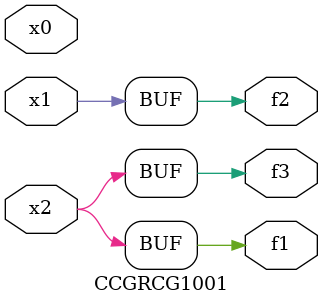
<source format=v>
module CCGRCG1001(
	input x0, x1, x2,
	output f1, f2, f3
);
	assign f1 = x2;
	assign f2 = x1;
	assign f3 = x2;
endmodule

</source>
